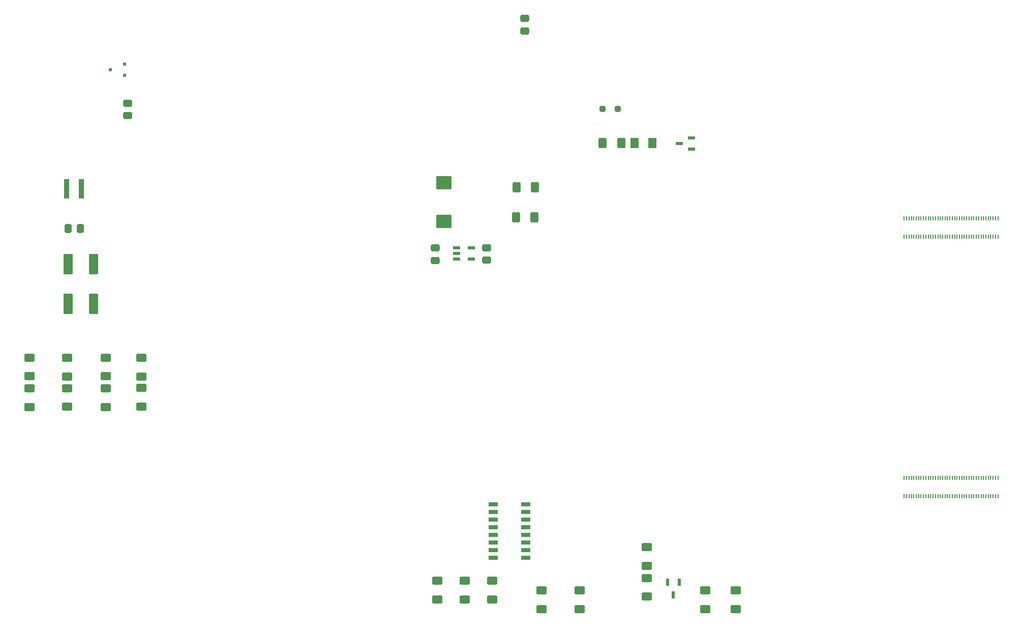
<source format=gbr>
%TF.GenerationSoftware,KiCad,Pcbnew,7.0.8*%
%TF.CreationDate,2023-10-25T10:12:33-06:00*%
%TF.ProjectId,GR-LRR-PCB,47522d4c-5252-42d5-9043-422e6b696361,rev?*%
%TF.SameCoordinates,Original*%
%TF.FileFunction,Paste,Top*%
%TF.FilePolarity,Positive*%
%FSLAX46Y46*%
G04 Gerber Fmt 4.6, Leading zero omitted, Abs format (unit mm)*
G04 Created by KiCad (PCBNEW 7.0.8) date 2023-10-25 10:12:33*
%MOMM*%
%LPD*%
G01*
G04 APERTURE LIST*
G04 Aperture macros list*
%AMRoundRect*
0 Rectangle with rounded corners*
0 $1 Rounding radius*
0 $2 $3 $4 $5 $6 $7 $8 $9 X,Y pos of 4 corners*
0 Add a 4 corners polygon primitive as box body*
4,1,4,$2,$3,$4,$5,$6,$7,$8,$9,$2,$3,0*
0 Add four circle primitives for the rounded corners*
1,1,$1+$1,$2,$3*
1,1,$1+$1,$4,$5*
1,1,$1+$1,$6,$7*
1,1,$1+$1,$8,$9*
0 Add four rect primitives between the rounded corners*
20,1,$1+$1,$2,$3,$4,$5,0*
20,1,$1+$1,$4,$5,$6,$7,0*
20,1,$1+$1,$6,$7,$8,$9,0*
20,1,$1+$1,$8,$9,$2,$3,0*%
G04 Aperture macros list end*
%ADD10R,1.200000X0.600000*%
%ADD11R,1.550000X0.650000*%
%ADD12R,0.508000X0.508000*%
%ADD13R,0.558800X1.219200*%
%ADD14RoundRect,0.250000X1.025000X-0.875000X1.025000X0.875000X-1.025000X0.875000X-1.025000X-0.875000X0*%
%ADD15RoundRect,0.250000X-0.625000X0.400000X-0.625000X-0.400000X0.625000X-0.400000X0.625000X0.400000X0*%
%ADD16RoundRect,0.250000X0.400000X0.625000X-0.400000X0.625000X-0.400000X-0.625000X0.400000X-0.625000X0*%
%ADD17RoundRect,0.250000X-0.537500X-1.450000X0.537500X-1.450000X0.537500X1.450000X-0.537500X1.450000X0*%
%ADD18RoundRect,0.250000X0.475000X-0.337500X0.475000X0.337500X-0.475000X0.337500X-0.475000X-0.337500X0*%
%ADD19R,0.965200X3.302000*%
%ADD20RoundRect,0.250000X-0.475000X0.337500X-0.475000X-0.337500X0.475000X-0.337500X0.475000X0.337500X0*%
%ADD21RoundRect,0.250000X0.625000X-0.400000X0.625000X0.400000X-0.625000X0.400000X-0.625000X-0.400000X0*%
%ADD22R,0.200000X0.700000*%
%ADD23R,1.219200X0.558800*%
%ADD24RoundRect,0.250001X0.462499X0.624999X-0.462499X0.624999X-0.462499X-0.624999X0.462499X-0.624999X0*%
%ADD25RoundRect,0.250000X-0.250000X-0.250000X0.250000X-0.250000X0.250000X0.250000X-0.250000X0.250000X0*%
%ADD26RoundRect,0.250000X0.537500X1.450000X-0.537500X1.450000X-0.537500X-1.450000X0.537500X-1.450000X0*%
%ADD27RoundRect,0.250000X-0.400000X-0.625000X0.400000X-0.625000X0.400000X0.625000X-0.400000X0.625000X0*%
%ADD28RoundRect,0.250000X-0.337500X-0.475000X0.337500X-0.475000X0.337500X0.475000X-0.337500X0.475000X0*%
G04 APERTURE END LIST*
D10*
%TO.C,IC1*%
X144838100Y-83035800D03*
X144838100Y-83985800D03*
X144838100Y-84935800D03*
X147338100Y-84935800D03*
X147338100Y-83035800D03*
%TD*%
D11*
%TO.C,IC2*%
X156369600Y-134620000D03*
X156369600Y-133350000D03*
X156369600Y-132080000D03*
X156369600Y-130810000D03*
X156369600Y-129540000D03*
X156369600Y-128270000D03*
X156369600Y-127000000D03*
X156369600Y-125730000D03*
X150919600Y-125730000D03*
X150919600Y-127000000D03*
X150919600Y-128270000D03*
X150919600Y-129540000D03*
X150919600Y-130810000D03*
X150919600Y-132080000D03*
X150919600Y-133350000D03*
X150919600Y-134620000D03*
%TD*%
D12*
%TO.C,MOSFET1*%
X89561900Y-54355800D03*
X89561900Y-52455798D03*
X87174300Y-53405799D03*
%TD*%
D13*
%TO.C,Q2*%
X181925601Y-138679800D03*
X180025599Y-138679800D03*
X180975600Y-140771800D03*
%TD*%
D14*
%TO.C,C2*%
X142788100Y-78625800D03*
X142788100Y-72225800D03*
%TD*%
D15*
%TO.C,R13*%
X176525600Y-132835800D03*
X176525600Y-135935800D03*
%TD*%
D16*
%TO.C,R12*%
X172305600Y-65638300D03*
X169205600Y-65638300D03*
%TD*%
D17*
%TO.C,CY2*%
X80140600Y-92375800D03*
X84415600Y-92375800D03*
%TD*%
D15*
%TO.C,R8*%
X141685600Y-138425800D03*
X141685600Y-141525800D03*
%TD*%
%TO.C,R18*%
X86435600Y-101320800D03*
X86435600Y-104420800D03*
%TD*%
D18*
%TO.C,C6*%
X141348100Y-85123300D03*
X141348100Y-83048300D03*
%TD*%
D19*
%TO.C,L1*%
X79938900Y-73205800D03*
X82377300Y-73205800D03*
%TD*%
D16*
%TO.C,R16*%
X157915600Y-72965800D03*
X154815600Y-72965800D03*
%TD*%
D20*
%TO.C,C4*%
X90078100Y-58978300D03*
X90078100Y-61053300D03*
%TD*%
D21*
%TO.C,R10*%
X186245600Y-143155800D03*
X186245600Y-140055800D03*
%TD*%
D20*
%TO.C,C7*%
X149888100Y-83028300D03*
X149888100Y-85103300D03*
%TD*%
D22*
%TO.C,J1*%
X219403000Y-121307200D03*
X219403000Y-124387200D03*
X219803000Y-121307200D03*
X219803000Y-124387200D03*
X220203000Y-121307200D03*
X220203000Y-124387200D03*
X220603000Y-121307200D03*
X220603000Y-124387200D03*
X221003000Y-121307200D03*
X221003000Y-124387200D03*
X221403000Y-121307200D03*
X221403000Y-124387200D03*
X221803000Y-121307200D03*
X221803000Y-124387200D03*
X222203000Y-121307200D03*
X222203000Y-124387200D03*
X222603000Y-121307200D03*
X222603000Y-124387200D03*
X223003000Y-121307200D03*
X223003000Y-124387200D03*
X223403000Y-121307200D03*
X223403000Y-124387200D03*
X223803000Y-121307200D03*
X223803000Y-124387200D03*
X224203000Y-121307200D03*
X224203000Y-124387200D03*
X224603000Y-121307200D03*
X224603000Y-124387200D03*
X225003000Y-121307200D03*
X225003000Y-124387200D03*
X225403000Y-121307200D03*
X225403000Y-124387200D03*
X225803000Y-121307200D03*
X225803000Y-124387200D03*
X226203000Y-121307200D03*
X226203000Y-124387200D03*
X226603000Y-121307200D03*
X226603000Y-124387200D03*
X227003000Y-121307200D03*
X227003000Y-124387200D03*
X227403000Y-121307200D03*
X227403000Y-124387200D03*
X227803000Y-121307200D03*
X227803000Y-124387200D03*
X228203000Y-121307200D03*
X228203000Y-124387200D03*
X228603000Y-121307200D03*
X228603000Y-124387200D03*
X229003000Y-121307200D03*
X229003000Y-124387200D03*
X229403000Y-121307200D03*
X229403000Y-124387200D03*
X229803000Y-121307200D03*
X229803000Y-124387200D03*
X230203000Y-121307200D03*
X230203000Y-124387200D03*
X230603000Y-121307200D03*
X230603000Y-124387200D03*
X231003000Y-121307200D03*
X231003000Y-124387200D03*
X231403000Y-121307200D03*
X231403000Y-124387200D03*
X231803000Y-121307200D03*
X231803000Y-124387200D03*
X232203000Y-121307200D03*
X232203000Y-124387200D03*
X232603000Y-121307200D03*
X232603000Y-124387200D03*
X233003000Y-121307200D03*
X233003000Y-124387200D03*
X233403000Y-121307200D03*
X233403000Y-124387200D03*
X233803000Y-121307200D03*
X233803000Y-124387200D03*
X234203000Y-121307200D03*
X234203000Y-124387200D03*
X234603000Y-121307200D03*
X234603000Y-124387200D03*
X235003000Y-121307200D03*
X235003000Y-124387200D03*
%TD*%
D15*
%TO.C,R3*%
X79975600Y-101345800D03*
X79975600Y-104445800D03*
%TD*%
D23*
%TO.C,Q1*%
X184001600Y-66638301D03*
X184001600Y-64738299D03*
X181909600Y-65688300D03*
%TD*%
D15*
%TO.C,R1*%
X73765600Y-101315800D03*
X73765600Y-104415800D03*
%TD*%
D24*
%TO.C,D2*%
X177490600Y-65628300D03*
X174515600Y-65628300D03*
%TD*%
D15*
%TO.C,R7*%
X146230600Y-138425800D03*
X146230600Y-141525800D03*
%TD*%
D25*
%TO.C,D1*%
X169195600Y-59958300D03*
X171695600Y-59958300D03*
%TD*%
D26*
%TO.C,CY1*%
X84435600Y-85735800D03*
X80160600Y-85735800D03*
%TD*%
D27*
%TO.C,R15*%
X154755600Y-77925800D03*
X157855600Y-77925800D03*
%TD*%
D15*
%TO.C,R20*%
X92405600Y-101375800D03*
X92405600Y-104475800D03*
%TD*%
%TO.C,R2*%
X73765600Y-106425800D03*
X73765600Y-109525800D03*
%TD*%
%TO.C,R6*%
X150775600Y-138425800D03*
X150775600Y-141525800D03*
%TD*%
D28*
%TO.C,C1*%
X80160600Y-79805800D03*
X82235600Y-79805800D03*
%TD*%
D15*
%TO.C,R19*%
X86435600Y-106420800D03*
X86435600Y-109520800D03*
%TD*%
%TO.C,R17*%
X79975600Y-106395800D03*
X79975600Y-109495800D03*
%TD*%
D22*
%TO.C,J2*%
X219403000Y-78127200D03*
X219403000Y-81207200D03*
X219803000Y-78127200D03*
X219803000Y-81207200D03*
X220203000Y-78127200D03*
X220203000Y-81207200D03*
X220603000Y-78127200D03*
X220603000Y-81207200D03*
X221003000Y-78127200D03*
X221003000Y-81207200D03*
X221403000Y-78127200D03*
X221403000Y-81207200D03*
X221803000Y-78127200D03*
X221803000Y-81207200D03*
X222203000Y-78127200D03*
X222203000Y-81207200D03*
X222603000Y-78127200D03*
X222603000Y-81207200D03*
X223003000Y-78127200D03*
X223003000Y-81207200D03*
X223403000Y-78127200D03*
X223403000Y-81207200D03*
X223803000Y-78127200D03*
X223803000Y-81207200D03*
X224203000Y-78127200D03*
X224203000Y-81207200D03*
X224603000Y-78127200D03*
X224603000Y-81207200D03*
X225003000Y-78127200D03*
X225003000Y-81207200D03*
X225403000Y-78127200D03*
X225403000Y-81207200D03*
X225803000Y-78127200D03*
X225803000Y-81207200D03*
X226203000Y-78127200D03*
X226203000Y-81207200D03*
X226603000Y-78127200D03*
X226603000Y-81207200D03*
X227003000Y-78127200D03*
X227003000Y-81207200D03*
X227403000Y-78127200D03*
X227403000Y-81207200D03*
X227803000Y-78127200D03*
X227803000Y-81207200D03*
X228203000Y-78127200D03*
X228203000Y-81207200D03*
X228603000Y-78127200D03*
X228603000Y-81207200D03*
X229003000Y-78127200D03*
X229003000Y-81207200D03*
X229403000Y-78127200D03*
X229403000Y-81207200D03*
X229803000Y-78127200D03*
X229803000Y-81207200D03*
X230203000Y-78127200D03*
X230203000Y-81207200D03*
X230603000Y-78127200D03*
X230603000Y-81207200D03*
X231003000Y-78127200D03*
X231003000Y-81207200D03*
X231403000Y-78127200D03*
X231403000Y-81207200D03*
X231803000Y-78127200D03*
X231803000Y-81207200D03*
X232203000Y-78127200D03*
X232203000Y-81207200D03*
X232603000Y-78127200D03*
X232603000Y-81207200D03*
X233003000Y-78127200D03*
X233003000Y-81207200D03*
X233403000Y-78127200D03*
X233403000Y-81207200D03*
X233803000Y-78127200D03*
X233803000Y-81207200D03*
X234203000Y-78127200D03*
X234203000Y-81207200D03*
X234603000Y-78127200D03*
X234603000Y-81207200D03*
X235003000Y-78127200D03*
X235003000Y-81207200D03*
%TD*%
D15*
%TO.C,R14*%
X176525600Y-137985800D03*
X176525600Y-141085800D03*
%TD*%
D21*
%TO.C,R5*%
X165335600Y-143145800D03*
X165335600Y-140045800D03*
%TD*%
D15*
%TO.C,R11*%
X191325600Y-140055800D03*
X191325600Y-143155800D03*
%TD*%
D20*
%TO.C,C5*%
X156178100Y-44898300D03*
X156178100Y-46973300D03*
%TD*%
D15*
%TO.C,R21*%
X92405600Y-106365800D03*
X92405600Y-109465800D03*
%TD*%
%TO.C,R4*%
X158965600Y-140045800D03*
X158965600Y-143145800D03*
%TD*%
M02*

</source>
